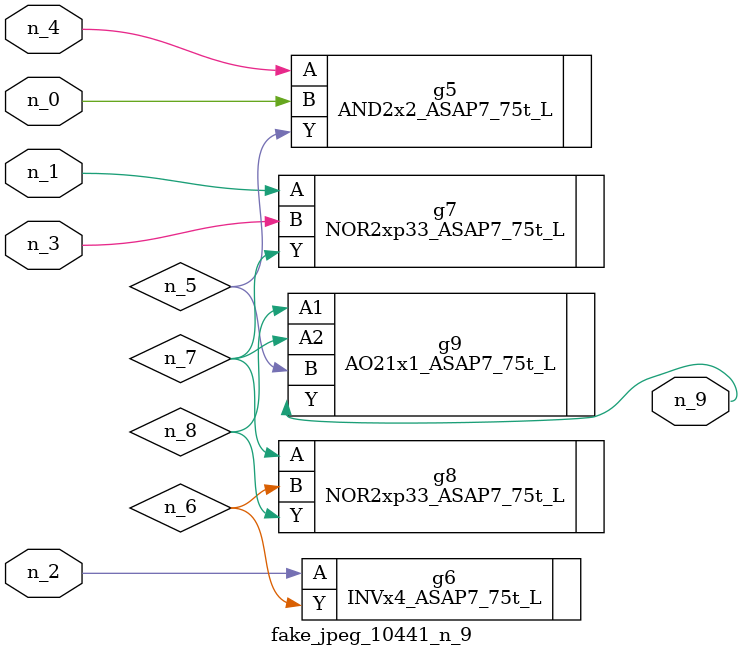
<source format=v>
module fake_jpeg_10441_n_9 (n_3, n_2, n_1, n_0, n_4, n_9);

input n_3;
input n_2;
input n_1;
input n_0;
input n_4;

output n_9;

wire n_8;
wire n_6;
wire n_5;
wire n_7;

AND2x2_ASAP7_75t_L g5 ( 
.A(n_4),
.B(n_0),
.Y(n_5)
);

INVx4_ASAP7_75t_L g6 ( 
.A(n_2),
.Y(n_6)
);

NOR2xp33_ASAP7_75t_L g7 ( 
.A(n_1),
.B(n_3),
.Y(n_7)
);

NOR2xp33_ASAP7_75t_L g8 ( 
.A(n_7),
.B(n_6),
.Y(n_8)
);

AO21x1_ASAP7_75t_L g9 ( 
.A1(n_8),
.A2(n_7),
.B(n_5),
.Y(n_9)
);


endmodule
</source>
